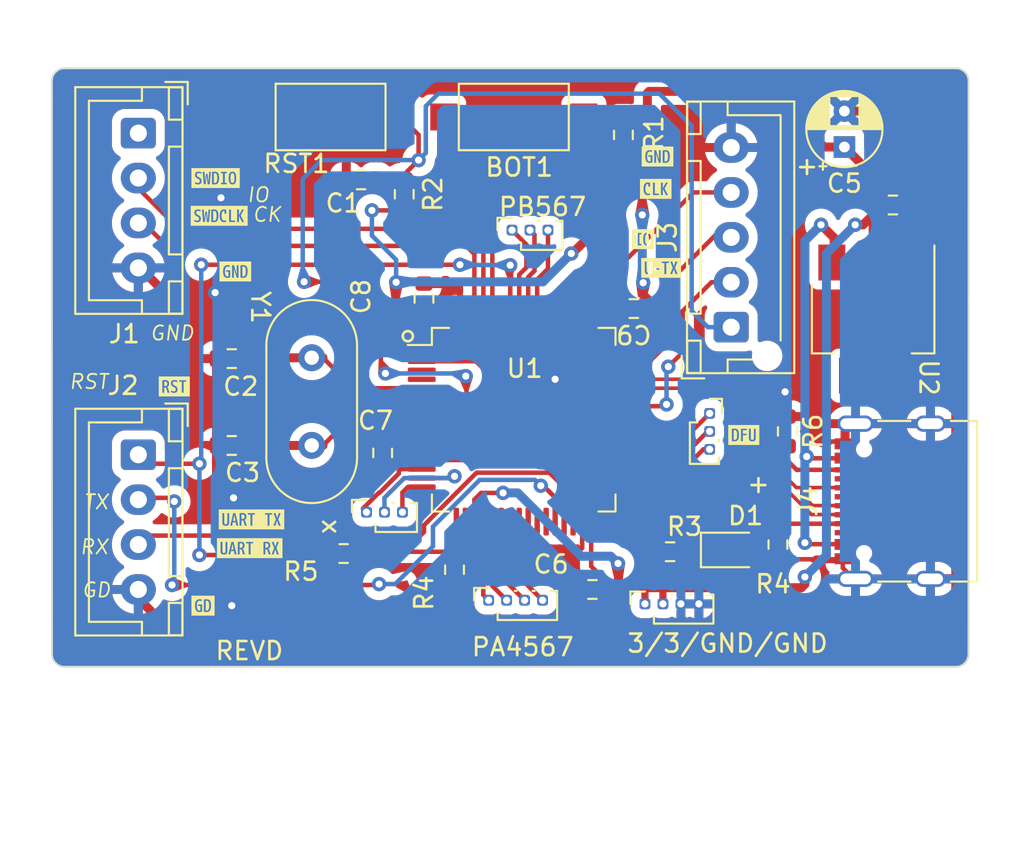
<source format=kicad_pcb>
(kicad_pcb (version 20240108) (generator "pcbnew") (generator_version "8.0")
  (layers (0 "F.Cu" signal) (31 "B.Cu" signal) (34 "B.Paste" user) (35 "F.Paste" user) (36 "B.SilkS" user "B.Silkscreen") (37 "F.SilkS" user "F.Silkscreen") (38 "B.Mask" user) (39 "F.Mask" user) (44 "Edge.Cuts" user))
  (net 0 "")
  (net 1 "+3.3V")
  (net 2 "Net-(U1-PC13)")
  (net 5 "Net-(U1-PF0)")
  (net 6 "Net-(U1-PF1)")
  (net 7 "Net-(U1-NRST)")
  (net 12 "GND")
  (net 13 "unconnected-(U1-PA0-Pad14)")
  (net 14 "unconnected-(U1-PA1-Pad15)")
  (net 15 "unconnected-(U1-PA2-Pad16)")
  (net 16 "Net-(U1-PA3)")
  (net 18 "unconnected-(U1-PA4-Pad20)")
  (net 19 "unconnected-(U1-PA5-Pad21)")
  (net 20 "unconnected-(U1-PA6-Pad22)")
  (net 21 "unconnected-(U1-PA7-Pad23)")
  (net 27 "OUT_UART_TX")
  (net 28 "OUT_UART_RX")
  (net 29 "unconnected-(U1-PB12-Pad33)")
  (net 32 "unconnected-(U1-PC6-Pad37)")
  (net 37 "UART_TX")
  (net 39 "D-")
  (net 40 "D+")
  (net 41 "SWDIO")
  (net 42 "SWDCLK")
  (net 48 "unconnected-(U1-PB3-Pad55)")
  (net 49 "unconnected-(U1-PB4-Pad56)")
  (net 50 "unconnected-(U1-PB5-Pad57)")
  (net 51 "INOUT_NRESET")
  (net 53 "Net-(U1-BOOT0)")
  (net 54 "OUT_SWDIO")
  (net 55 "OUT_SWDCLK")
  (net 56 "Net-(D1-K)")
  (net 58 "Net-(BOT1-Pad1)")
  (net 59 "IN_FORCE_DFU")
  (net 61 "Net-(U2-VI)")
  (net 62 "Net-(J4-CC2)")
  (net 63 "Net-(J4-CC1)")
  (footprint "kibuzzard-6534F67C" (layer "F.Cu") (at 111.1 84.6)
    (property "Reference" "kibuzzard-6534F67C" (hide yes))
    (property "Value" "G***" (hide yes))
  )
  (footprint "Resistor_SMD:R_0603_1608Metric" (layer "F.Cu") (at 138.7 93.8)
    (property "Reference" "R3")
    (property "Value" "330")
  )
  (footprint "Resistor_SMD:R_0603_1608Metric" (layer "F.Cu") (at 151.1 74.5)
    (property "Reference" "C5")
    (property "Value" "100n")
  )
  (footprint "Connector_PinSocket_1.00mm:PinSocket_1x04_P1.00mm_Vertical" (layer "F.Cu") (at 137.3 96.7 90)
    (property "Reference" "3/3/GND/GND")
    (property "Value" "PinSocket_1x04_P1.00mm_Vertical")
  )
  (footprint "Resistor_SMD:R_0603_1608Metric" (layer "F.Cu") (at 134.375 95.9 180)
    (property "Reference" "C6")
    (property "Value" "100n")
  )
  (footprint "kibuzzard-6534F635" (layer "F.Cu") (at 113.4 73)
    (property "Reference" "kibuzzard-6534F635" (hide yes))
    (property "Value" "G***" (hide yes))
  )
  (footprint "Resistor_SMD:R_0603_1608Metric" (layer "F.Cu") (at 136.1 70.6 90)
    (property "Reference" "R1")
    (property "Value" "10k")
  )
  (footprint "Button_Switch_SMD:SW_SPST_CK_RS282G05A3" (layer "F.Cu") (at 119.8 69.6 180)
    (property "Reference" "RST1")
    (property "Value" "SW_DIP_x01")
  )
  (footprint "Resistor_SMD:R_0603_1608Metric" (layer "F.Cu") (at 122.7 88.3 90)
    (property "Reference" "C7")
    (property "Value" "100n")
  )
  (footprint "Package_TO_SOT_SMD:SOT-223" (layer "F.Cu") (at 150 80.85 -90)
    (property "Reference" "U2")
    (property "Value" "LM1117-3.3")
  )
  (footprint "Button_Switch_SMD:SW_SPST_CK_RS282G05A3" (layer "F.Cu") (at 130 69.6 180)
    (property "Reference" "BOT1")
    (property "Value" "SW_DIP_x01")
  )
  (footprint "Connector_JST:JST_XH_B4B-XH-A_1x04_P2.50mm_Vertical" (layer "F.Cu") (at 109.1 88.4 -90)
    (property "Reference" "J2")
    (property "Value" "BMP Debug2")
  )
  (footprint "Resistor_SMD:R_0603_1608Metric" (layer "F.Cu") (at 145.225 87.1 -90)
    (property "Reference" "R6")
    (property "Value" "5.1k")
  )
  (footprint "Resistor_SMD:R_0603_1608Metric" (layer "F.Cu") (at 121.5 73.1 180)
    (property "Reference" "C1")
    (property "Value" "100n")
  )
  (footprint "Diode_SMD:D_0805_2012Metric" (layer "F.Cu") (at 142.1 93.7)
    (property "Reference" "D1")
    (property "Value" "LED")
  )
  (footprint "kibuzzard-6534F90C" (layer "F.Cu") (at 138.2 78)
    (property "Reference" "kibuzzard-6534F90C" (hide yes))
    (property "Value" "G***" (hide yes))
  )
  (footprint "Resistor_SMD:R_0603_1608Metric" (layer "F.Cu") (at 126.7 94.8 90)
    (property "Reference" "R4")
    (property "Value" "10k")
  )
  (footprint "kibuzzard-6534F5CB" (layer "F.Cu") (at 113.6 75.1)
    (property "Reference" "kibuzzard-6534F5CB" (hide yes))
    (property "Value" "G***" (hide yes))
  )
  (footprint "kibuzzard-6534F6A3" (layer "F.Cu") (at 115.4 92)
    (property "Reference" "kibuzzard-6534F6A3" (hide yes))
    (property "Value" "G***" (hide yes))
  )
  (footprint "Connector_PinSocket_1.00mm:PinSocket_1x04_P1.00mm_Vertical" (layer "F.Cu") (at 128.6 96.5 90)
    (property "Reference" "PA4567")
    (property "Value" "PinSocket_1x04_P1.00mm_Vertical")
  )
  (footprint "Connector_PinSocket_1.00mm:PinSocket_1x03_P1.00mm_Vertical" (layer "F.Cu") (at 140.9 86.1)
    (property "Reference" "x2" (hide yes))
    (property "Value" "PinSocket_1x03_P1.00mm_Vertical")
  )
  (footprint "Capacitor_THT:CP_Radial_D4.0mm_P2.00mm" (layer "F.Cu") (at 148.4 71.2726 90)
    (property "Reference" "C4" (hide yes))
    (property "Value" "100u")
  )
  (footprint "Connector_PinSocket_1.00mm:PinSocket_1x03_P1.00mm_Vertical" (layer "F.Cu") (at 121.8 91.6 90)
    (property "Reference" "x")
    (property "Value" "PinSocket_1x03_P1.00mm_Vertical")
  )
  (footprint "Resistor_SMD:R_0603_1608Metric" (layer "F.Cu") (at 125 79.7 90)
    (property "Reference" "C8")
    (property "Value" "100n")
  )
  (footprint "kibuzzard-6534F8FD" (layer "F.Cu") (at 137.9 73.6)
    (property "Reference" "kibuzzard-6534F8FD" (hide yes))
    (property "Value" "G***" (hide yes))
  )
  (footprint "kibuzzard-6534F68E" (layer "F.Cu") (at 115.3 93.6)
    (property "Reference" "kibuzzard-6534F68E" (hide yes))
    (property "Value" "G***" (hide yes))
  )
  (footprint "Resistor_SMD:R_0603_1608Metric" (layer "F.Cu") (at 144.7 93.4 90)
    (property "Reference" "R4")
    (property "Value" "5.1k")
  )
  (footprint "Resistor_SMD:R_0603_1608Metric" (layer "F.Cu") (at 123.9 73.9 90)
    (property "Reference" "R2")
    (property "Value" "10k")
  )
  (footprint "kibuzzard-6534F652" (layer "F.Cu") (at 114.5 78.2)
    (property "Reference" "kibuzzard-6534F652" (hide yes))
    (property "Value" "G***" (hide yes))
  )
  (footprint "Resistor_SMD:R_0603_1608Metric" (layer "F.Cu") (at 114.3 87.884 180)
    (property "Reference" "C3")
    (property "Value" "10pf")
  )
  (footprint "Connector_JST:JST_XH_B4B-XH-A_1x04_P2.50mm_Vertical" (layer "F.Cu") (at 109.1 70.5 -90)
    (property "Reference" "J1")
    (property "Value" "BMP Debug1")
  )
  (footprint "Connector_USB:USB_C_Receptacle_Palconn_UTC16-G" (layer "F.Cu") (at 150.95 90.99 90)
    (property "Reference" "J4")
    (property "Value" "USB_C_Receptacle")
  )
  (footprint "Resistor_SMD:R_0603_1608Metric" (layer "F.Cu") (at 136.68 80.264 180)
    (property "Reference" "C9")
    (property "Value" "100n")
  )
  (footprint "Crystal:Crystal_HC49-U_Vertical" (layer "F.Cu") (at 118.75 83 -90)
    (property "Reference" "Y1")
    (property "Value" "Crystal")
  )
  (footprint "Resistor_SMD:R_0603_1608Metric" (layer "F.Cu") (at 114.3 83.05 180)
    (property "Reference" "C2")
    (property "Value" "10pf")
  )
  (footprint "Resistor_SMD:R_0603_1608Metric" (layer "F.Cu") (at 120.525 93.9)
    (property "Reference" "R5")
    (property "Value" "1k")
  )
  (footprint "Package_QFP:LQFP-64_10x10mm_P0.5mm" (layer "F.Cu") (at 130.55 86.45)
    (property "Reference" "U1")
    (property "Value" "CH32V303RCT6")
  )
  (footprint "kibuzzard-6534F6BC" (layer "F.Cu") (at 112.7 96.8)
    (property "Reference" "kibuzzard-6534F6BC" (hide yes))
    (property "Value" "G***" (hide yes))
  )
  (footprint "kibuzzard-6534F8DC" (layer "F.Cu") (at 138 71.8)
    (property "Reference" "kibuzzard-6534F8DC" (hide yes))
    (property "Value" "G***" (hide yes))
  )
  (footprint "kibuzzard-6534F947" (layer "F.Cu") (at 142.8 87.3)
    (property "Reference" "kibuzzard-6534F947" (hide yes))
    (property "Value" "G***" (hide yes))
  )
  (footprint "Connector_PinSocket_1.00mm:PinSocket_1x03_P1.00mm_Vertical" (layer "F.Cu") (at 129.9 75.9 90)
    (property "Reference" "PB567")
    (property "Value" "PinSocket_1x03_P1.00mm_Vertical")
  )
  (footprint "kibuzzard-6534F8F1" (layer "F.Cu") (at 137.2 76.4)
    (property "Reference" "kibuzzard-6534F8F1" (hide yes))
    (property "Value" "G***" (hide yes))
  )
  (footprint "Connector_JST:JST_XH_B5B-XH-AM_1x05_P2.50mm_Vertical" (layer "F.Cu") (at 142.1 81.3 90)
    (property "Reference" "J3")
    (property "Value" "Debug port")
  )
  (gr_circle (center 124.1 81.8) (end 123.9 81.6) (stroke (width 0.15)) (fill none) (layer "F.SilkS"))
  (gr_line (start 105.000001 100.199999) (end 154.599999 100.199999) (stroke (width 0.1)) (layer "Edge.Cuts"))
  (gr_line (start 104.294975 67.594975) (end 104.300001 99.499999) (stroke (width 0.1)) (layer "Edge.Cuts"))
  (gr_arc (start 154.605025 66.894975) (mid 155.1 67.1) (end 155.305025 67.594975) (stroke (width 0.1)) (layer "Edge.Cuts"))
  (gr_line (start 154.605025 66.894975) (end 104.994975 66.894975) (stroke (width 0.1)) (layer "Edge.Cuts"))
  (gr_arc (start 105.000001 100.199999) (mid 104.505026 99.994974) (end 104.300001 99.499999) (stroke (width 0.1)) (layer "Edge.Cuts"))
  (gr_arc (start 155.299999 99.499999) (mid 155.094974 99.994974) (end 154.599999 100.199999) (stroke (width 0.1)) (layer "Edge.Cuts"))
  (gr_line (start 155.299999 99.499999) (end 155.305025 67.594975) (stroke (width 0.1)) (layer "Edge.Cuts"))
  (gr_arc (start 104.294975 67.594975) (mid 104.5 67.1) (end 104.994975 66.894975) (stroke (width 0.1)) (layer "Edge.Cuts"))
  (gr_text "GD" (at 105.9 96.4 0) (layer "F.SilkS") (effects (font (size 0.8 0.8) (thickness 0.1) (italic yes)) (justify left bottom)))
  (gr_text "IO" (at 115.1 74.4 0) (layer "F.SilkS") (effects (font (size 0.8 0.8) (thickness 0.1) (italic yes)) (justify left bottom)))
  (gr_text "CK" (at 115.4 75.5 0) (layer "F.SilkS") (effects (font (size 0.8 0.8) (thickness 0.1) (italic yes)) (justify left bottom)))
  (gr_text "RX" (at 105.8 94 0) (layer "F.SilkS") (effects (font (size 0.8 0.8) (thickness 0.1) (italic yes)) (justify left bottom)))
  (gr_text "+" (at 142.9 90.6 0) (layer "F.SilkS") (effects (font (size 1 1)) (justify left bottom)))
  (gr_text "TX" (at 106 91.5 0) (layer "F.SilkS") (effects (font (size 0.8 0.8) (thickness 0.1) (italic yes)) (justify left bottom)))
  (gr_text "REVD\n" (at 113.3 99.9 0) (layer "F.SilkS") (effects (font (size 1 1)) (justify left bottom)))
  (gr_text "RST" (at 105.2 84.8 0) (layer "F.SilkS") (effects (font (size 0.8 0.8) (thickness 0.1) (italic yes)) (justify left bottom)))
  (gr_text "+" (at 145.6 72.9 0) (layer "F.SilkS") (effects (font (size 1 1)) (justify left bottom)))
  (gr_text "GND" (at 109.7 82.1 0) (layer "F.SilkS") (effects (font (size 0.8 0.8) (thickness 0.1) (italic yes)) (justify left bottom)))
  (segment (start 132.372 88.697) (end 124.881 88.697) (width 0.25) (layer "F.Cu") (net 1))
  (segment (start 124.875 80.8) (end 123.55 80.8) (width 0.25) (layer "F.Cu") (net 1))
  (segment (start 147.2726 71.2726) (end 146.65 70.65) (width 0.5) (layer "F.Cu") (net 1))
  (segment (start 137.16 78.865) (end 137.2 78.825) (width 0.25) (layer "F.Cu") (net 1))
  (segment (start 136.906 95.802) (end 135.825 95.802) (width 0.5) (layer "F.Cu") (net 1))
  (segment (start 123.425 78.825) (end 123.45 78.8) (width 0.25) (layer "F.Cu") (net 1))
  (segment (start 137.435 71.4) (end 137.435 68.275) (width 0.5) (layer "F.Cu") (net 1))
  (segment (start 150 72.8726) (end 148.4 71.2726) (width 0.5) (layer "F.Cu") (net 1))
  (segment (start 146.2 95.2) (end 146.2 95.608) (width 0.5) (layer "F.Cu") (net 1))
  (segment (start 123.847 82.697) (end 123.425 82.275) (width 0.4) (layer "F.Cu") (net 1))
  (segment (start 135.8 94.45) (end 135.7 94.45) (width 0.5) (layer "F.Cu") (net 1))
  (segment (start 137.6515 80.4105) (end 137.6515 82.3125) (width 0.25) (layer "F.Cu") (net 1))
  (segment (start 135.825 94.575) (end 135.8 94.55) (width 0.5) (layer "F.Cu") (net 1))
  (segment (start 138.2 95.802) (end 137.3 95.802) (width 0.5) (layer "F.Cu") (net 1))
  (segment (start 135.7 94.45) (end 135.725 94.475) (width 0.5) (layer "F.Cu") (net 1))
  (segment (start 137.267 82.697) (end 136.231 82.697) (width 0.25) (layer "F.Cu") (net 1))
  (segment (start 125.25 80.775) (end 126.8 80.775) (width 0.25) (layer "F.Cu") (net 1))
  (segment (start 123.425 78.775) (end 123.425 78.75) (width 0.25) (layer "F.Cu") (net 1))
  (segment (start 123.825 74.8) (end 123.9 74.725) (width 0.25) (layer "F.Cu") (net 1))
  (segment (start 137.2 78.825) (end 137.16 78.785) (width 0.25) (layer "F.Cu") (net 1))
  (segment (start 150 75.044) (end 150 72.8726) (width 0.5) (layer "F.Cu") (net 1))
  (segment (start 129.4 90.5245) (end 128.1755 90.5245) (width 0.25) (layer "F.Cu") (net 1))
  (segment (start 137.435 73.015) (end 137.435 71.4) (width 0.5) (layer "F.Cu") (net 1))
  (segment (start 148.4 71.2726) (end 147.2726 71.2726) (width 0.5) (layer "F.Cu") (net 1))
  (segment (start 124.875 88.7) (end 123.129 88.7) (width 0.25) (layer "F.Cu") (net 1))
  (segment (start 135.8 94.55) (end 135.8 94.45) (width 0.5) (layer "F.Cu") (net 1))
  (segment (start 143.5 94.1625) (end 143.5 95.802) (width 0.25) (layer "F.Cu") (net 1))
  (segment (start 137.505 79.805) (end 137.16 79.46) (width 0.5) (layer "F.Cu") (net 1))
  (segment (start 146.65 70.65) (end 146.65 68.175) (width 0.5) (layer "F.Cu") (net 1))
  (segment (start 137.505 80.264) (end 137.505 79.805) (width 0.5) (layer "F.Cu") (net 1))
  (segment (start 135.025 95.325) (end 134.306 94.606) (width 0.25) (layer "F.Cu") (net 1))
  (segment (start 123.45 78.8) (end 123.425 78.775) (width 0.25) (layer "F.Cu") (net 1))
  (segment (start 133.725 90.504312) (end 133.725 90.05) (width 0.25) (layer "F.Cu") (net 1))
  (segment (start 137.15 73.3) (end 137.435 73.015) (width 0.5) (layer "F.Cu") (net 1))
  (segment (start 150 77.7) (end 150 75.044) (width 0.5) (layer "F.Cu") (net 1))
  (segment (start 123.425 82.275) (end 123.425 80.925) (width 0.5) (layer "F.Cu") (net 1))
  (segment (start 133.25 77.2) (end 136.075 74.375) (width 0.5) (layer "F.Cu") (net 1))
  (segment (start 135.825 95.802) (end 135.825 94.575) (width 0.5) (layer "F.Cu") (net 1))
  (segment (start 137.16 79.46) (end 137.16 78.865) (width 0.5) (layer "F.Cu") (net 1))
  (segment (start 125 80.525) (end 125.25 80.775) (width 0.25) (layer "F.Cu") (net 1))
  (segment (start 122.1 74.8) (end 123.825 74.8) (width 0.25) (layer "F.Cu") (net 1))
  (segment (start 137.535 68.175) (end 137.435 68.275) (width 0.5) (layer "F.Cu") (net 1))
  (segment (start 137.41 71.425) (end 137.435 71.4) (width 0.25) (layer "F.Cu") (net 1))
  (segment (start 138.3 96.7) (end 138.3 95.902) (width 0.4) (layer "F.Cu") (net 1))
  (segment (start 134.306 91.085312) (end 133.725 90.504312) (width 0.25) (layer "F.Cu") (net 1))
  (segment (start 138.3 95.902) (end 138.2 95.802) (width 0.25) (layer "F.Cu") (net 1))
  (segment (start 135.025 95.8) (end 135.027 95.802) (width 0.5) (layer "F.Cu") (net 1))
  (segment (start 136.075 74.375) (end 137.435 73.015) (width 0.5) (layer "F.Cu") (net 1))
  (segment (start 146.65 68.175) (end 137.535 68.175) (width 0.5) (layer "F.Cu") (net 1))
  (segment (start 137.3 95.802) (end 136.906 95.802) (width 0.5) (layer "F.Cu") (net 1))
  (segment (start 136.1 71.425) (end 137.41 71.425) (width 0.25) (layer "F.Cu") (net 1))
  (segment (start 149 75.6) (end 149.444 75.6) (width 0.5) (layer "F.Cu") (net 1))
  (segment (start 135.027 95.802) (end 135.825 95.802) (width 0.5) (layer "F.Cu") (net 1))
  (segment (start 146.2 95.608) (end 146.006 95.802) (width 0.5) (layer "F.Cu") (net 1))
  (segment (start 133.725 90.05) (end 132.372 88.697) (width 0.25) (layer "F.Cu") (net 1))
  (segment (start 137.6515 82.3125) (end 137.267 82.697) (width 0.25) (layer "F.Cu") (net 1))
  (segment (start 143.0375 93.7) (end 143.5 94.1625) (width 0.25) (layer "F.Cu") (net 1))
  (segment (start 124.881 82.697) (end 123.847 82.697) (width 0.25) (layer "F.Cu") (net 1))
  (segment (start 134.306 94.606) (end 134.306 91.085312) (width 0.25) (layer "F.Cu") (net 1))
  (segment (start 137.3 96.7) (end 137.3 95.802) (width 0.4) (layer "F.Cu") (net 1))
  (segment (start 149.444 75.6) (end 150 75.044) (width 0.5) (layer "F.Cu") (net 1))
  (segment (start 123.129 88.7) (end 123.049 88.78) (width 0.25) (layer "F.Cu") (net 1))
  (segment (start 128.1755 90.5245) (end 127.806 90.894) (width 0.25) (layer "F.Cu") (net 1))
  (segment (start 137.15 75.05) (end 137.15 73.3) (width 0.5) (layer "F.Cu") (net 1))
  (segment (start 137.505 80.264) (end 137.6515 80.4105) (width 0.25) (layer "F.Cu") (net 1))
  (segment (start 127.806 90.894) (end 127.806 92.122) (width 0.25) (layer "F.Cu") (net 1))
  (segment (start 123.425 80.925) (end 123.425 78.825) (width 0.5) (layer "F.Cu") (net 1))
  (segment (start 146.006 95.802) (end 138.2 95.802) (width 0.5) (layer "F.Cu") (net 1))
  (segment (start 123.425 78.75) (end 123.45 78.725) (width 0.25) (layer "F.Cu") (net 1))
  (segment (start 123.55 80.8) (end 123.425 80.925) (width 0.25) (layer "F.Cu") (net 1))
  (segment (start 135.025 95.8) (end 135.025 95.325) (width 0.25) (layer "F.Cu") (net 1))
  (via (at 123.45 78.8) (size 0.8) (drill 0.4) (layers "F.Cu" "B.Cu") (net 1))
  (via (at 129.4 90.5245) (size 0.8) (drill 0.4) (layers "F.Cu" "B.Cu") (net 1))
  (via (at 149 75.6) (size 0.8) (drill 0.4) (layers "F.Cu" "B.Cu") (net 1))
  (via (at 146.2 95.2) (size 0.8) (drill 0.4) (layers "F.Cu" "B.Cu") (net 1))
  (via (at 137.15 75.05) (size 0.8) (drill 0.4) (layers "F.Cu" "B.Cu") (net 1))
  (via (at 137.2 78.825) (size 0.8) (drill 0.4) (layers "F.Cu" "B.Cu") (net 1))
  (via (at 122.1 74.8) (size 0.8) (drill 0.4) (layers "F.Cu" "B.Cu") (net 1))
  (via (at 135.8 94.45) (size 0.8) (drill 0.4) (layers "F.Cu" "B.Cu") (net 1))
  (via (at 133.2 77.2) (size 0.8) (drill 0.4) (layers "F.Cu" "B.Cu") (net 1))
  (segment (start 135.4 94.05) (end 135.8 94.45) (width 0.5) (layer "B.Cu") (net 1))
  (segment (start 123.55 78.775) (end 123.575 78.775) (width 0.25) (layer "B.Cu") (net 1))
  (segment (start 130.2245 90.5245) (end 133.75 94.05) (width 0.5) (layer "B.Cu") (net 1))
  (segment (start 129.4 90.5245) (end 130.2245 90.5245) (width 0.5) (layer "B.Cu") (net 1))
  (segment (start 146.2 95.2) (end 147.4 94) (width 0.5) (layer "B.Cu") (net 1))
  (segment (start 122.1 76.2) (end 122.1 74.8) (width 0.25) (layer "B.Cu") (net 1))
  (segment (start 133.2 77.2) (end 131.625 78.775) (width 0.5) (layer "B.Cu") (net 1))
  (segment (start 123.6 78.775) (end 123.45 78.75) (width 0.25) (layer "B.Cu") (net 1))
  (segment (start 123.45 78.75) (end 123.55 78.775) (width 0.25) (layer "B.Cu") (net 1))
  (segment (start 147.4 77.2) (end 149 75.6) (width 0.5) (layer "B.Cu") (net 1))
  (segment (start 123.45 78.8) (end 123.45 77.55) (width 0.25) (layer "B.Cu") (net 1))
  (segment (start 147.4 94) (end 147.4 77.2) (width 0.5) (layer "B.Cu") (net 1))
  (segment (start 133.75 94.05) (end 135.4 94.05) (width 0.5) (layer "B.Cu") (net 1))
  (segment (start 123.45 77.55) (end 122.1 76.2) (width 0.25) (layer "B.Cu") (net 1))
  (segment (start 137.15 75.05) (end 137.15 78.8) (width 0.5) (layer "B.Cu") (net 1))
  (segment (start 131.625 78.775) (end 123.6 78.775) (width 0.5) (layer "B.Cu") (net 1))
  (segment (start 137.875 93.675) (end 137.875 93.8) (width 0.25) (layer "F.Cu") (net 2))
  (segment (start 124.881 83.197) (end 127.891022 83.197) (width 0.25) (layer "F.Cu") (net 2))
  (segment (start 134.62 89.925978) (end 134.62 90.42) (width 0.25) (layer "F.Cu") (net 2))
  (segment (start 127.891022 83.197) (end 134.62 89.925978) (width 0.25) (layer "F.Cu") (net 2))
  (segment (start 134.62 90.42) (end 137.875 93.675) (width 0.25) (layer "F.Cu") (net 2))
  (segment (start 121.073 84.697) (end 124.881 84.697) (width 0.25) (layer "F.Cu") (net 5))
  (segment (start 119.38 83.004) (end 115.171 83.004) (width 0.5) (layer "F.Cu") (net 5))
  (segment (start 115.171 83.004) (end 115.125 83.05) (width 0.5) (layer "F.Cu") (net 5))
  (segment (start 119.38 83.004) (end 121.073 84.697) (width 0.25) (layer "F.Cu") (net 5))
  (segment (start 121.1 85.7) (end 123.534315 85.7) (width 0.25) (layer "F.Cu") (net 6))
  (segment (start 119.38 87.884) (end 120.1 87.164) (width 0.25) (layer "F.Cu") (net 6))
  (segment (start 120.1 86.7) (end 121.1 85.7) (width 0.25) (layer "F.Cu") (net 6))
  (segment (start 115.46 87.884) (end 119.38 87.884) (width 0.5) (layer "F.Cu") (net 6))
  (segment (start 124.037315 85.197) (end 124.881 85.197) (width 0.25) (layer "F.Cu") (net 6))
  (segment (start 120.1 87.164) (end 120.1 86.7) (width 0.25) (layer "F.Cu") (net 6))
  (segment (start 123.534315 85.7) (end 124.037315 85.197) (width 0.25) (layer "F.Cu") (net 6))
  (segment (start 124.881 85.697) (end 126.728 85.697) (width 0.25) (layer "F.Cu") (net 7))
  (segment (start 124.7 72) (end 124.7 70.6) (width 0.25) (layer "F.Cu") (net 7))
  (segment (start 122.35 73.075) (end 122.325 73.1) (width 0.25) (layer "F.Cu") (net 7))
  (segment (start 122.6 79.45) (end 122.6 83.8625) (width 0.25) (layer "F.Cu") (net 7))
  (segment (start 127.375 85.05) (end 127.325 84.025) (width 0.25) (layer "F.Cu") (net 7))
  (segment (start 122.875 83.85) (end 122.85 83.875) (width 0.25) (layer "F.Cu") (net 7))
  (segment (start 123.9 72.8) (end 124.7 72) (width 0.25) (layer "F.Cu") (net 7))
  (segment (start 123.9 73.075) (end 123.9 72.8) (width 0.25) (layer "F.Cu") (net 7))
  (segment (start 121.925 78.775) (end 122.6 79.45) (width 0.25) (layer "F.Cu") (net 7))
  (segment (start 118.325 78.775) (end 121.925 78.775) (width 0.25) (layer "F.Cu") (net 7))
  (segment (start 126.728 85.697) (end 127.375 85.05) (width 0.25) (layer "F.Cu") (net 7))
  (segment (start 127.325 84.025) (end 127.375 84.025) (width 0.25) (layer "F.Cu") (net 7))
  (segment (start 122.85 83.875) (end 122.875 83.9) (width 0.25) (layer "F.Cu") (net 7))
  (segment (start 123.9 73.075) (end 122.35 73.075) (width 0.25) (layer "F.Cu") (net 7))
  (segment (start 124.7 70.6) (end 123.7 69.6) (width 0.25) (layer "F.Cu") (net 7))
  (via (at 124.7 72) (size 0.8) (drill 0.4) (layers "F.Cu" "B.Cu") (net 7))
  (via (at 118.325 78.775) (size 0.8) (drill 0.4) (layers "F.Cu" "B.Cu") (net 7))
  (via (at 127.325 84.025) (size 0.8) (drill 0.4) (layers "F.Cu" "B.Cu") (net 7))
  (via (at 122.85 83.875) (size 0.8) (drill 0.4) (layers "F.Cu" "B.Cu") (net 7))
  (segment (start 139.9 70.1) (end 138.1 68.3) (width 0.25) (layer "B.Cu") (net 7))
  (segment (start 127.375 83.975) (end 127.3 83.9) (width 0.25) (layer "B.Cu") (net 7))
  (segment (start 125.8 68.3) (end 125.1 69) (width 0.25) (layer "B.Cu") (net 7))
  (segment (start 125.1 69) (end 125.1 71.6) (width 0.25) (layer "B.Cu") (net 7))
  (segment (start 125.1 71.6) (end 124.7 72) (width 0.25) (layer "B.Cu") (net 7))
  (segment (start 122.85 83.875) (end 127.275 83.875) (width 0.25) (layer "B.Cu") (net 7))
  (segment (start 118.25 78.7) (end 118.325 78.775) (width 0.25) (layer "B.Cu") (net 7))
  (segment (start 118.25 73.05) (end 118.25 78.7) (width 0.25) (layer "B.Cu") (net 7))
  (segment (start 138.1 68.3) (end 125.8 68.3) (width 0.25) (layer "B.Cu") (net 7))
  (segment (start 118.25 73.05) (end 119.3 72) (width 0.25) (layer "B.Cu") (net 7))
  (segment (start 142.1 81.3) (end 140.8 81.3) (width 0.25) (layer "B.Cu") (net 7))
  (segment (start 139.9 80.4) (end 139.9 70.1) (width 0.25) (layer "B.Cu") (net 7))
  (segment (start 127.275 83.875) (end 127.375 83.975) (width 0.25) (layer "B.Cu") (net 7))
  (segment (start 140.8 81.3) (end 139.9 80.4) (width 0.25) (layer "B.Cu") (net 7))
  (segment (start 119.3 72) (end 124.7 72) (width 0.25) (layer "B.Cu") (net 7))
  (segment (start 139.9 98.044) (end 110.744 98.044) (width 0.5) (layer "F.Cu") (net 12))
  (segment (start 109.2 78) (end 109.1 78) (width 0.5) (layer "F.Cu") (net 12))
  (segment (start 136.2 80.264) (end 134.9 81.564) (width 0.25) (layer "F.Cu") (net 12))
  (segment (start 139.9 98.044) (end 139.3 97.444) (width 0.4) (layer "F.Cu") (net 12))
  (segment (start 125 78.875) (end 126.373 78.875) (width 0.25) (layer "F.Cu") (net 12))
  (segment (start 134.8 83.2) (end 133.9 82.3) (width 0.25) (layer "F.Cu") (net 12))
  (segment (start 109.2 96.5) (end 109.2 95.8) (width 0.5) (layer "F.Cu") (net 12))
  (segment (start 113.475 79.475) (end 113.375 79.375) (width 0.4) (layer "F.Cu") (net 12))
  (segment (start 123.7 88.2) (end 124.875 88.2) (width 0.25) (layer "F.Cu") (net 12))
  (segment (start 145.225 86.275) (end 145.225 85.025) (width 0.25) (layer "F.Cu") (net 12))
  (segment (start 114.3 96.8) (end 114.4 96.9) (width 0.5) (layer "F.Cu") (net 12))
  (segment (start 115 91.4) (end 119.7 91.4) (width 0.25) (layer "F.Cu") (net 12))
  (segment (start 133.806 92.122) (end 133.806 93.594) (width 0.25) (layer "F.Cu") (net 12))
  (segment (start 132.525 82.3) (end 133.9 82.3) (width 0.5) (layer "F.Cu") (net 12))
  (segment (start 153.11 86.66) (end 154.56 86.66) (width 0.25) (layer "F.Cu") (net 12))
  (segment (start 127.3 79.802) (end 127.3 80.775) (width 0.25) (layer "F.Cu") (net 12))
  (segment (start 113.4 89.8) (end 113.4 87.959) (width 0.4) (layer "F.Cu") (net 12))
  (segment (start 110.744 98.044) (end 109.2 96.5) (width 0.5) (layer "F.Cu") (net 12))
  (segment (start 148.31 94.18) (end 148.31 94.7) (width 0.25) (layer "F.Cu") (net 12))
  (segment (start 144.96 71.3) (end 145.288 71.628) (width 0.5) (layer "F.Cu") (net 12))
  (segment (start 121.7 89.4) (end 121.7 88) (width 0.25) (layer "F.Cu") (net 12))
  (segment (start 132.3 84.2) (end 132.3 82.525) (width 0.5) (layer "F.Cu") (net 12))
  (segment (start 148.31 87.78) (end 148.31 87.26) (width 0.25) (layer "F.Cu") (net 12))
  (segment (start 145.288 71.628) (end 145.288 84.712) (width 0.5) (layer "F.Cu") (net 12))
  (segment (start 114.4 90.8) (end 113.4 89.8) (width 0.4) (layer "F.Cu") (net 12))
  (segment (start 127.375 82.3) (end 132.525 82.3) (width 0.5) (layer "F.Cu") (net 12))
  (segment (start 114.4 90.8) (end 115 91.4) (width 0.25) (layer "F.Cu") (net 12))
  (segment (start 120.5875 73.1) (end 113.8125 73.1) (width 0.5) (layer "F.Cu") (net 12))
  (segment (start 154.6 95.3) (end 153.11 95.3) (width 0.5) (layer "F.Cu") (net 12))
  (segment (start 113.4 83.125) (end 113.4 87.809) (width 0.4) (layer "F.Cu") (net 12))
  (segment (start 113.725 74.075) (end 113.725 70.175) (width 0.5) (layer "F.Cu") (net 12))
  (segment (start 148.4 69.2726) (end 151.4726 69.2726) (width 0.5) (layer "F.Cu") (net 12))
  (segment (start 154.6 84.2) (end 154.6 86.7) (width 0.5) (layer "F.Cu") (net 12))
  (segment (start 113.725 70.175) (end 114.3 69.6) (width 0.5) (layer "F.Cu") (net 12))
  (segment (start 133.1 95.9) (end 133.55 95.9) (width 0.25) (layer "F.Cu") (net 12))
  (segment (start 132.3 82.525) (end 132.525 82.3) (width 0.25) (layer "F.Cu") (net 12))
  (segment (start 154.56 86.66) (end 154.6 86.7) (width 0.25) (layer "F.Cu") (net 12))
  (segment (start 127.3 80.775) (end 127.3 82.225) (width 0.25) (layer "F.Cu") (net 12))
  (segment (start 123.32 87.82) (end 123.7 88.2) (width 0.25) (layer "F.Cu") (net 12))
  (segment (start 133.1 94.3) (end 133.1 95.9) (width 0.25) (layer "F.Cu") (net 12))
  (segment (start 126.7 95.625) (end 126.7 98.05) (width 0.5) (layer "F.Cu") (net 12))
  (segment (start 154.6 96.9) (end 153.456 98.044) (width 0.5) (layer "F.Cu") (net 12))
  (segment (start 153.456 98.044) (end 139.9 98.044) (width 0.5) (layer "F.Cu") (net 12))
  (segment (start 152.3 70.1) (end 152.3 77.7) (width 0.5) (layer "F.Cu") (net 12))
  (segment (start 154.05 83.65) (end 154.6 84.2) (width 0.5) (layer "F.Cu") (net 12))
  (segment (start 134.9 82) (end 134.6 82.3) (width 0.25) (layer "F.Cu") (net 12))
  (segment (start 154.6 86.7) (end 154.6 95.3) (width 0.5) (layer "F.Cu") (net 12))
  (segment (start 121.7 88) (end 122.225 87.475) (width 0.25) (layer "F.Cu") (net 12))
  (segment (start 145.288 84.712) (end 145.1 84.9) (width 0.5) (layer "F.Cu") (net 12))
  (segment (start 114.4 96.9) (end 114.4 98.044) (width 0.5) (layer "F.Cu") (net 12))
  (segment (start 136.225 83.2) (end 134.8 83.2) (width 0.25) (layer "F.Cu") (net 12))
  (segment (start 154.05 79.45) (end 154.05 83.65) (width 0.5) (layer "F.Cu") (net 12))
  (segment (start 113.4 87.959) (end 113.475 87.884) (width 0.4) (layer "F.Cu") (net 12))
  (segment (start 133.1 97.572) (end 132.725 97.947) (width 0.25) (layer "F.Cu") (net 12))
  (segment (start 154.6 95.3) (end 154.6 96.9) (width 0.5) (layer "F.Cu") (net 12))
  (segment (start 133.806 93.594) (end 133.1 94.3) (width 0.25) (layer "F.Cu") (net 12))
  (segment (start 148.31 87.26) (end 148.91 86.66) (width 0.25) (layer "F.Cu") (net 12))
  (segment (start 145.17 94.22) (end 145.075 94.125) (width 0.25) (layer "F.Cu") (net 12))
  (segment (start 113.7 74.1) (end 113.725 74.075) (width 0.5) (layer "F.Cu") (net 12))
  (segment (start 122.225 87.475) (end 122.7 87.475) (width 0.25) (layer "F.Cu") (net 12))
  (segment (start 148.91 86.66) (end 153.11 86.66) (width 0.25) (layer "F.Cu") (net 12))
  (segment (start 133.9 82.3) (end 134.6 82.3) (width 0.5) (layer "F.Cu") (net 12))
  (segment (start 140.3 97.644) (end 139.9 98.044) (width 0.4) (layer "F.Cu") (net 12))
  (segment (start 142.1 71.3) (end 144.96 71.3) (width 0.5) (layer "F.Cu") (net 12))
  (segment (start 139.3 97.444) (end 139.3 96.9) (width 0.4) (layer "F.Cu") (net 12))
  (segment (start 133.1 95.9) (end 133.1 97.572) (width 0.25) (layer "F.Cu") (net 12))
  (segment (start 148.31 94.7) (end 148.91 95.3) (width 0.25) (layer "F.Cu") (net 12))
  (segment (start 113.4 87.809) (end 113.475 87.884) (width 0.4) (layer "F.Cu") (net 12))
  (segment (start 123.049 87.82) (end 123.32 87.82) (width 0.25) (layer "F.Cu") (net 12))
  (segment (start 145.225 85.025) (end 145.1 84.9) (width 0.25) (layer "F.Cu") (net 12))
  (segment (start 114.3 69.6) (end 115.9 69.6) (width 0.5) (layer "F.Cu") (net 12))
  (segment (start 113.475 83.05) (end 113.4 83.125) (width 0.4) (layer "F.Cu") (net 12))
  (segment (start 148.91 95.3) (end 153.11 95.3) (width 0.25) (layer "F.Cu") (net 12))
  (segment (start 126.373 78.875) (end 127.3 79.802) (width 0.25) (layer "F.Cu") (net 12))
  (segment (start 119.7 91.4) (end 121.7 89.4) (width 0.25) (layer "F.Cu") (net 12))
  (segment (start 113.475 83.05) (end 113.475 79.475) (width 0.4) (layer "F.Cu") (net 12))
  (segment (start 152.3 77.7) (end 154.05 79.45) (width 0.5) (layer "F.Cu") (net 12))
  (segment (start 148.3 94.22) (end 145.17 94.22) (width 0.25) (layer "F.Cu") (net 12))
  (segment (start 111.4 80.2) (end 109.2 78) (width 0.5) (layer "F.Cu") (net 12))
  (segment (start 113.3 80.2) (end 111.4 80.2) (width 0.5) (layer "F.Cu") (net 12))
  (segment (start 140.3 96.9) (end 140.3 97.644) (width 0.4) (layer "F.Cu") (net 12))
  (segment (start 134.9 81.564) (end 134.9 82) (width 0.25) (layer "F.Cu") (net 12))
  (segment (start 151.4726 69.2726) (end 152.3 70.1) (width 0.5) (layer "F.Cu") (net 12))
  (via (at 145.1 84.9) (size 0.8) (drill 0.4) (layers "F.Cu" "B.Cu") (net 12))
  (via (at 132.3 84.2) (size 0.8) (drill 0.4) (layers "F.Cu" "B.Cu") (net 12))
  (via (at 113.7 74.1) (size 0.8) (drill 0.4) (layers "F.Cu" "B.Cu") (net 12))
  (via (at 114.4 90.8) (size 0.8) (drill 0.4) (layers "F.Cu" "B.Cu") (net 12))
  (via (at 113.375 79.375) (size 0.8) (drill 0.4) (layers "F.Cu" "B.Cu") (net 12))
  (via (at 114.3 96.8) (size 0.8) (drill 0.4) (layers "F.Cu" "B.Cu") (net 12))
  (segment (start 113.375 79.375) (end 113.775 78.975) (width 0.5) (layer "B.Cu") (net 12))
  (segment (start 132.3 84.2) (end 132.3 84.15) (width 0.25) (layer "B.Cu") (net 12))
  (segment (start 132.35 84.2) (end 132.3 84.2) (width 0.25) (layer "B.Cu") (net 12))
  (segment (start 142.8 84.9) (end 145.1 84.9) (width 0.5) (layer "B.Cu") (net 12))
  (segment (start 114.4 96.7) (end 114.3 96.8) (width 0.5) (layer "B.Cu") (net 12))
  (segment (start 132.3 84.15) (end 132.375 84.225) (width 0.25) (layer "B.Cu") (net 12))
  (segment (start 114.4 90.8) (end 114.4 96.7) (width 0.5) (layer "B.Cu") (net 12))
  (segment (start 113.775 78.975) (end 113.775 74.15) (width 0.5) (layer "B.Cu") (net 12))
  (segment (start 139.8 81.9) (end 142.8 84.9) (width 0.5) (layer "B.Cu") (net 12))
  (segment (start 132.4 84.25) (end 132.375 84.225) (width 0.5) (layer "B.Cu") (net 12))
  (segment (start 133.1 84.2) (end 135.4 81.9) (width 0.5) (layer "B.Cu") (net 12))
  (segment (start 135.4 81.9) (end 139.8 81.9) (width 0.5) (layer "B.Cu") (net 12))
  (segment (start 132.3 84.2) (end 133.1 84.2) (width 0.5) (layer "B.Cu") (net 12))
  (segment (start 113.775 74.15) (end 113.725 74.1) (width 0.5) (layer "B.Cu") (net 12))
  (segment (start 124.875 89.2) (end 123.7 89.2) (width 0.25) (layer "F.Cu") (net 13))
  (segment (start 122.5 90.5) (end 121.6 91.4) (width 0.25) (layer "F.Cu") (net 13))
  (segment (start 123.6 89.442462) (end 122.542462 90.5) (width 0.25) (layer "F.Cu") (net 13))
  (segment (start 123.6 89.3) (end 123.6 89.442462) (width 0.25) (layer "F.Cu") (net 13))
  (segment (start 122.542462 90.5) (end 122.5 90.5) (width 0.25) (layer "F.Cu") (net 13))
  (segment (start 123.7 89.2) (end 123.6 89.3) (width 0.25) (layer "F.Cu") (net 13))
  (segment (start 124.875 89.7) (end 126.5 89.7) (width 0.25) (layer "F.Cu") (net 14))
  (via (at 126.7 89.6) (size 0.8) (drill 0.4) (layers "F.Cu" "B.Cu") (net 14))
  (segment (start 123.9 89.7) (end 122.8 90.8) (width 0.25) (layer "B.Cu") (net 14))
  (segment (start 122.8 90.8) (end 122.8 91.6) (width 0.25) (layer "B.Cu") (net 14))
  (segment (start 126.5 89.7) (end 123.9 89.7) (width 0.25) (layer "B.Cu") (net 14))
  (segment (start 123.8 90.5) (end 123.8 91.6) (width 0.25) (layer "F.Cu") (net 15))
  (segment (start 124.875 90.2) (end 124.1 90.2) (width 0.25) (layer "F.Cu") (net 15))
  (segment (start 124.1 90.2) (end 123.8 90.5) (width 0.25) (layer "F.Cu") (net 15))
  (segment (start 126.806 92.122) (end 126.806 93.924) (width 0.25) (layer "F.Cu") (net 16))
  (segment (start 121.425 93.8) (end 126.4575 93.8) (width 0.25) (layer "F.Cu") (net 16))
  (segment (start 128.3 96.2) (end 128.6 96.5) (width 0.25) (layer "F.Cu") (net 18))
  (segment (start 128.3 92.125) (end 128.3 96.2) (width 0.25) (layer "F.Cu") (net 18))
  (segment (start 128.8 95.7) (end 129.6 96.5) (width 0.25) (layer "F.Cu") (net 19))
  (segment (start 128.8 92.125) (end 128.8 95.7) (width 0.25) (layer "F.Cu") (net 19))
  (segment (start 129.3 95.2) (end 130.6 96.5) (width 0.25) (layer "F.Cu") (net 20))
  (segment (start 129.3 92.125) (end 129.3 95.2) (width 0.25) (layer "F.Cu") (net 20))
  (segment (start 129.8 92.125) (end 129.8 94.7) (width 0.25) (layer "F.Cu") (net 21))
  (segment (start 129.8 94.7) (end 131.6 96.5) (width 0.25) (layer "F.Cu") (net 21))
  (segment (start 110.975 95.65) (end 122.45 95.65) (width 0.25) (layer "F.Cu") (net 27))
  (segment (start 110.9 90.8) (end 109.2 90.8) (width 0.25) (layer "F.Cu") (net 27))
  (segment (start 131.640185 90.1245) (end 132.806 91.290315) (width 0.25) (layer "F.Cu") (net 27))
  (segment (start 132.8 91.284315) (end 131.915685 90.4) (width 0.25) (layer "F.Cu") (net 27))
  (segment (start 111.1 91) (end 110.9 90.8) (width 0.25) (layer "F.Cu") (net 27))
  (segment (start 132.806 91.290315) (end 132.806 92.122) (width 0.25) (layer "F.Cu") (net 27))
  (segment (start 132.8 92.125) (end 132.8 91.284315) (width 0.25) (layer "F.Cu") (net 27))
  (segment (start 122.45 95.65) (end 122.5 95.6) (width 0.25) (layer "F.Cu") (net 27))
  (segment (start 131.5 90.1245) (end 131.640185 90.1245) (width 0.25) (layer "F.Cu") (net 27))
  (via (at 122.5 95.6) (size 0.8) (drill 0.4) (layers "F.Cu" "B.Cu") (net 27))
  (via (at 111.1 91) (size 0.8) (drill 0.4) (layers "F.Cu" "B.Cu") (net 27))
  (via (at 131.5 90.1245) (size 0.8) (drill 0.4) (layers "F.Cu" "B.Cu") (net 27))
  (via (at 110.975 95.65) (size 0.8) (drill 0.4) (layers "F.Cu" "B.Cu") (net 27))
  (segment (start 131.5 90.1245) (end 131.1755 89.8) (width 0.25) (layer "B.Cu") (net 27))
  (segment (start 131.1755 89.8) (end 128.1 89.8) (width 0.25) (layer "B.Cu") (net 27))
  (segment (start 123.4 95.6) (end 122.5 95.6) (width 0.25) (layer "B.Cu") (net 27))
  (segment (start 128.1 89.8) (end 125.5 92.4) (width 0.25) (layer "B.Cu") (net 27))
  (segment (start 122.6 95.6) (end 122.4 95.6) (width 0.25) (layer "B.Cu") (net 27))
  (segment (start 125.5 93.5) (end 123.4 95.6) (width 0.25) (layer "B.Cu") (net 27))
  (segment (start 111.1 91) (end 111.1 95.525) (width 0.25) (layer "B.Cu") (net 27))
  (segment (start 125.5 92.4) (end 125.5 93.5) (width 0.25) (layer "B.Cu") (net 27))
  (segment (start 111.1 95.525) (end 110.975 95.65) (width 0.25) (layer "B.Cu") (net 27))
  (segment (start 127.925305 89.4) (end 125 92.325305) (width 0.25) (layer "F.Cu") (net 28))
  (segment (start 125 92.7) (end 124.8 92.9) (width 0.25) (layer "F.Cu") (net 28))
  (segment (start 124.8 92.9) (end 109.6 92.9) (width 0.25) (layer "F.Cu") (net 28))
  (segment (start 131.985 89.4) (end 127.925305 89.4) (width 0.25) (layer "F.Cu") (net 28))
  (segment (start 133.306 90.721) (end 131.985 89.4) (width 0.25) (layer "F.Cu") (net 28))
  (segment (start 133.306 92.122) (end 133.306 90.721) (width 0.25) (layer "F.Cu") (net 28))
  (segment (start 125 92.325305) (end 125 92.7) (width 0.25) (layer "F.Cu") (net 28))
  (segment (start 109.6 92.9) (end 109.2 93.3) (width 0.25) (layer "F.Cu") (net 28))
  (segment (start 138.450695 90.2) (end 140.550695 88.1) (width 0.25) (layer "F.Cu") (net 29))
  (segment (start 140.550695 88.1) (end 140.9 88.1) (width 0.25) (layer "F.Cu") (net 29))
  (segment (start 136.225 90.2) (end 138.450695 90.2) (width 0.25) (layer "F.Cu") (net 29))
  (segment (start 136.225 88.2) (end 138.8 88.2) (width 0.25) (layer "F.Cu") (net 32))
  (segment (start 138.8 88.2) (end 140.9 86.1) (width 0.25) (layer "F.Cu") (net 32))
  (segment (start 139.4 80.4) (end 139.4 82.6975) (width 0.25) (layer "F.Cu") (net 37))
  (segment (start 142.1 78.8) (end 141 78.8) (width 0.25) (layer "F.Cu") (net 37))
  (segment (start 139.4 82.6975) (end 138.6 83.4975) (width 0.25) (layer "F.Cu") (net 37))
  (segment (start 141 78.8) (end 139.4 80.4) (width 0.25) (layer "F.Cu") (net 37))
  (segment (start 138.5 85.6) (end 138.4 85.7) (width 0.25) (layer "F.Cu") (net 37))
  (segment (start 142.494 79.306) (end 142.494 78.74) (width 0.25) (layer "F.Cu") (net 37))
  (segment (start 138.4 85.7) (end 136.225 85.7) (width 0.25) (layer "F.Cu") (net 37))
  (via (at 138.6 83.4975) (size 0.8) (drill 0.4) (layers "F.Cu" "B.Cu") (net 37))
  (via (at 138.5 85.6) (size 0.8) (drill 0.4) (layers "F.Cu" "B.Cu") (net 37))
  (segment (start 138.5 85.6) (end 138.5 83.5975) (width 0.25) (layer "B.Cu") (net 37))
  (segment (start 138.5 83.5975) (end 138.6 83.4975) (width 0.25) (layer "B.Cu") (net 37))
  (segment (start 150.2 91.5) (end 149.97 91.73) (width 0.2) (layer "F.Cu") (net 39))
  (segment (start 146.564314 91.73) (end 143.9 89.065686) (width 0.2) (layer "F.Cu") (net 39))
  (segment (start 149.97 91.73) (end 146.564314 91.73) (width 0.2) (layer "F.Cu") (net 39))
  (segment (start 143.9 86.5) (end 142.097 84.697) (width 0.2) (layer "F.Cu") (net 39))
  (segment (start 142.097 84.697) (end 136.231 84.697) (width 0.2) (layer "F.Cu") (net 39))
  (segment (start 149.83 90.73) (end 150.2 91.1) (width 0.2) (layer "F.Cu") (net 39))
  (segment (start 143.9 89.065686) (end 143.9 86.5) (width 0.2) (layer "F.Cu") (net 39))
  (segment (start 148.31 90.73) (end 149.83 90.73) (width 0.2) (layer "F.Cu") (net 39))
  (segment (start 150.2 91.1) (end 150.2 91.5) (width 0.2) (layer "F.Cu") (net 39))
  (segment (start 146.03 90.23) (end 145.73 90.23) (width 0.2) (layer "F.Cu") (net 40))
  (segment (start 148.31 91.23) (end 146.63 91.23) (width 0.2) (layer "F.Cu") (net 40))
  (segment (start 146.63 91.23) (end 146.03 90.63) (width 0.2) (layer "F.Cu") (net 40))
  (segment (start 144.3 88.8) (end 144.3 85.5) (width 0.2) (layer "F.Cu") (net 40))
  (segment (start 146.03 90.63) (end 146.03 90.23) (width 0.2) (layer "F.Cu") (net 40))
  (segment (start 144.3 85.5) (end 142.997 84.197) (width 0.2) (layer "F.Cu") (net 40))
  (segment (start 148.31 90.23) (end 146.03 90.23) (width 0.2) (layer "F.Cu") (net 40))
  (segment (start 145.73 90.23) (end 144.3 88.8) (width 0.2) (layer "F.Cu") (net 40))
  (segment (start 142.997 84.197) (end 136.231 84.197) (width 0.2) (layer "F.Cu") (net 40))
  (segment (start 141.24 76.16) (end 142.414 76.16) (width 0.25) (layer "F.Cu") (net 41))
  (segment (start 138.6515 78.7485) (end 141.24 76.16) (width 0.25) (layer "F.Cu") (net 41))
  (segment (start 142.414 76.16) (end 142.494 76.24) (width 0.25) (layer "F.Cu") (net 41))
  (segment (start 137.068685 83.697) (end 138.6515 82.114185) (width 0.25) (layer "F.Cu") (net 41))
  (segment (start 136.231 83.697) (end 137.068685 83.697) (width 0.25) (layer "F.Cu") (net 41))
  (segment (start 138.6515 82.114185) (end 138.6515 78.7485) (width 0.25) (layer "F.Cu") (net 41))
  (segment (start 134.306 79.492) (end 139.998 73.8) (width 0.25) (layer "F.Cu") (net 42))
  (segment (start 139.998 73.8) (end 142.625 73.8) (width 0.25) (layer "F.Cu") (net 42))
  (segment (start 142.625 73.8) (end 142.765 73.66) (width 0.25) (layer "F.Cu") (net 42))
  (segment (start 134.306 80.772) (end 134.306 79.492) (width 0.25) (layer "F.Cu") (net 42))
  (segment (start 131.3 78.648097) (end 131.9 78.048097) (width 0.25) (layer "F.Cu") (net 48))
  (segment (start 131.3 80.775) (end 131.3 78.648097) (width 0.25) (layer "F.Cu") (net 48))
  (segment (start 131.9 78.048097) (end 131.9 75.9) (width 0.25) (layer "F.Cu") (net 48))
  (segment (start 130.8 78.511701) (end 131.15 78.161701) (width 0.25) (layer "F.Cu") (net 49))
  (segment (start 131.15 76.15) (end 130.9 75.9) (width 0.25) (layer "F.Cu") (net 49))
  (segment (start 130.8 80.775) (end 130.8 78.511701) (width 0.25) (layer "F.Cu") (net 49))
  (segment (start 131.15 78.161701) (end 131.15 76.15) (width 0.25) (layer "F.Cu") (net 49))
  (segment (start 130.7 76.7) (end 129.9 75.9) (width 0.25) (layer "F.Cu") (net 50))
  (segment (start 130.3 78.375305) (end 130.7 77.975305) (width 0.25) (layer "F.Cu") (net 50))
  (segment (start 130.7 77.975305) (end 130.7 76.7) (width 0.25) (layer "F.Cu") (net 50))
  (segment (start 130.3 80.775) (end 130.3 78.375305) (width 0.25) (layer "F.Cu") (net 50))
  (segment (start 112.5 88.9) (end 109.8 88.9) (width 0.25) (layer "F.Cu") (net 51))
  (segment (start 119.595 93.98) (end 112.5 93.98) (width 0.25) (layer "F.Cu") (net 51))
  (segment (start 129.806 77.844) (end 129.806 77.731) (width 0.25) (layer "F.Cu") (net 51))
  (segment (start 112.6 77.825) (end 127 77.825) (width 0.25) (layer "F.Cu") (net 51))
  (segment (start 119.775 93.8) (end 119.595 93.98) (width 0.25) (layer "F.Cu") (net 51))
  (segment (start 109.8 88.9) (end 109.2 88.3) (width 0.25) (layer "F.Cu") (net 51))
  (segment (start 129.8 80.775) (end 129.8 77.85) (width 0.25) (layer "F.Cu") (net 51))
  (segment (start 129.8 77.85) (end 129.806 77.844) (width 0.25) (layer "F.Cu") (net 51))
  (via (at 112.5 93.98) (size 0.8) (drill 0.4) (layers "F.Cu" "B.Cu") (net 51))
  (via (at 112.5 88.9) (size 0.8) (drill 0.4) (layers "F.Cu" "B.Cu") (net 51))
  (via (at 129.8 77.85) (size 0.8) (drill 0.4) (layers "F.Cu" "B.Cu") (net 51))
  (via (at 127 77.825) (size 0.8) (drill 0.4) (layers "F.Cu" "B.Cu") (net 51))
  (via (at 112.6 77.825) (size 0.8) (drill 0.4) (layers "F.Cu" "B.Cu") (net 51))
  (segment (start 129.8 77.85) (end 127 77.825) (width 0.25) (layer "B.Cu") (net 51))
  (segment (start 126.95 77.875) (end 126.975 77.85) (width 0.25) (layer "B.Cu") (net 51))
  (segment (start 127 77.825) (end 126.975 77.85) (width 0.25) (layer "B.Cu") (net 51))
  (segment (start 112.6 88.8) (end 112.6 77.825) (width 0.25) (layer "B.Cu") (net 51))
  (segment (start 112.5 88.9) (end 112.6 88.8) (width 0.25) (layer "B.Cu") (net 51))
  (segment (start 112.5 88.9) (end 112.5 93.98) (width 0.25) (layer "B.Cu") (net 51))
  (segment (start 126.1 69.6) (end 126.1 72.1) (width 0.25) (layer "F.Cu") (net 53))
  (segment (start 128.806 74.806) (end 128.806 80.772) (width 0.25) (layer "F.Cu") (net 53))
  (segment (start 126.1 72.1) (end 128.806 74.806) (width 0.25) (layer "F.Cu") (net 53))
  (segment (start 108.325 73.025) (end 108.575 73.025) (width 0.25) (layer "F.Cu") (net 54))
  (segment (start 128.306 80.772) (end 128.306 76.481) (width 0.25) (layer "F.Cu") (net 54))
  (segment (start 111.35 75.825) (end 127.65 75.825) (width 0.25) (layer "F.Cu") (net 54))
  (segment (start 127.65 75.825) (end 128.306 76.481) (width 0.25) (layer "F.Cu") (net 54))
  (segment (start 108.3 73) (end 108.325 73.025) (width 0.25) (layer "F.Cu") (net 54))
  (segment (start 108.55 73.025) (end 111.35 75.825) (width 0.25) (layer "F.Cu") (net 54))
  (segment (start 127.35 76.775) (end 127.806 77.231) (width 0.25) (layer "F.Cu") (net 55))
  (segment (start 110.6725 76.775) (end 127.35 76.775) (width 0.25) (layer "F.Cu") (net 55))
  (segment (start 108.3 75.5) (end 109.3975 75.5) (width 0.25) (layer "F.Cu") (net 55))
  (segment (start 109.3975 75.5) (end 110.6725 76.775) (width 0.25) (layer "F.Cu") (net 55))
  (segment (start 127.806 77.231) (end 127.806 80.772) (width 0.25) (layer "F.Cu") (net 55))
  (segment (start 139.525 93.8) (end 141.3625 93.8) (width 0.25) (layer "F.Cu") (net 56))
  (segment (start 133.9 69.6) (end 135.925 69.6) (width 0.25) (layer "F.Cu") (net 58))
  (segment (start 135.925 69.6) (end 136.1 69.775) (width 0.25) (layer "F.Cu") (net 58))
  (segment (start 138.7 89.2) (end 140.8 87.1) (width 0.25) (layer "F.Cu") (net 59))
  (segment (start 140.8 87.1) (end 140.9 87.1) (width 0.25) (layer "F.Cu") (net 59))
  (segment (start 136.225 89.2) (end 138.7 89.2) (width 0.25) (layer "F.Cu") (net 59))
  (segment (start 147.828 77.572) (end 147.828 76.328) (width 0.5) (layer "F.Cu") (net 61))
  (segment (start 148.31 93.38) (end 146.28 93.38) (width 0.25) (layer "F.Cu") (net 61))
  (segment (start 146.28 93.38) (end 146.2 93.3) (width 0.25) (layer "F.Cu") (net 61))
  (segment (start 146.2 88.6) (end 148.29 88.6) (width 0.25) (layer "F.Cu") (net 61))
  (segment (start 147.828 76.328) (end 147.1 75.6) (width 0.5) (layer "F.Cu") (net 61))
  (segment (start 148.29 88.6) (end 148.31 88.58) (width 0.25) (layer "F.Cu") (net 61))
  (via (at 147.1 75.6) (size 0.8) (drill 0.4) (layers "F.Cu" "B.Cu") (net 61))
  (via (at 146.2 93.3) (size 0.8) (drill 0.4) (layers "F.Cu" "B.Cu") (net 61))
  (via (at 146.3 88.5) (size 0.8) (drill 0.4) (layers "F.Cu" "B.Cu") (net 61))
  (segment (start 146.2 76.5) (end 147.1 75.6) (width 0.5) (layer "B.Cu") (net 61))
  (segment (start 146.2 93.3) (end 146.2 76.5) (width 0.5) (layer "B.Cu") (net 61))
  (segment (start 145.225 88.725) (end 145.225 87.925) (width 0.25) (layer "F.Cu") (net 62))
  (segment (start 148.44 89.24) (end 145.76 89.24) (width 0.25) (layer "F.Cu") (net 62))
  (segment (start 145.75 89.25) (end 145.225 88.725) (width 0.25) (layer "F.Cu") (net 62))
  (segment (start 148.44 92.24) (end 145.31 92.24) (width 0.25) (layer "F.Cu") (net 63))
  (segment (start 145.31 92.24) (end 145.075 92.475) (width 0.25) (layer "F.Cu") (net 63))
  (zone (net 12) (net_name "GND") (layer "F.Cu") (connect_pads (clearance 0.5)) (min_thickness 0.25) (fill yes (thermal_gap 0.5) (thermal_bridge_width 0.5))
    (polygon (pts (xy 101.5 64.1) (xy 158.4 64.2) (xy 158.4 101.6) (xy 101.4 101.6) (xy 101.4 64.2)))
  )
  (zone (net 12) (net_name "GND") (layer "B.Cu") (priority 1) (connect_pads (clearance 0.5)) (min_thickness 0.25) (fill yes (thermal_gap 0.5) (thermal_bridge_width 0.5))
    (polygon (pts (xy 104.2 65.6) (xy 156.6 65.5) (xy 156.7 104.6) (xy 104.1 104.8)))
  )
)
</source>
